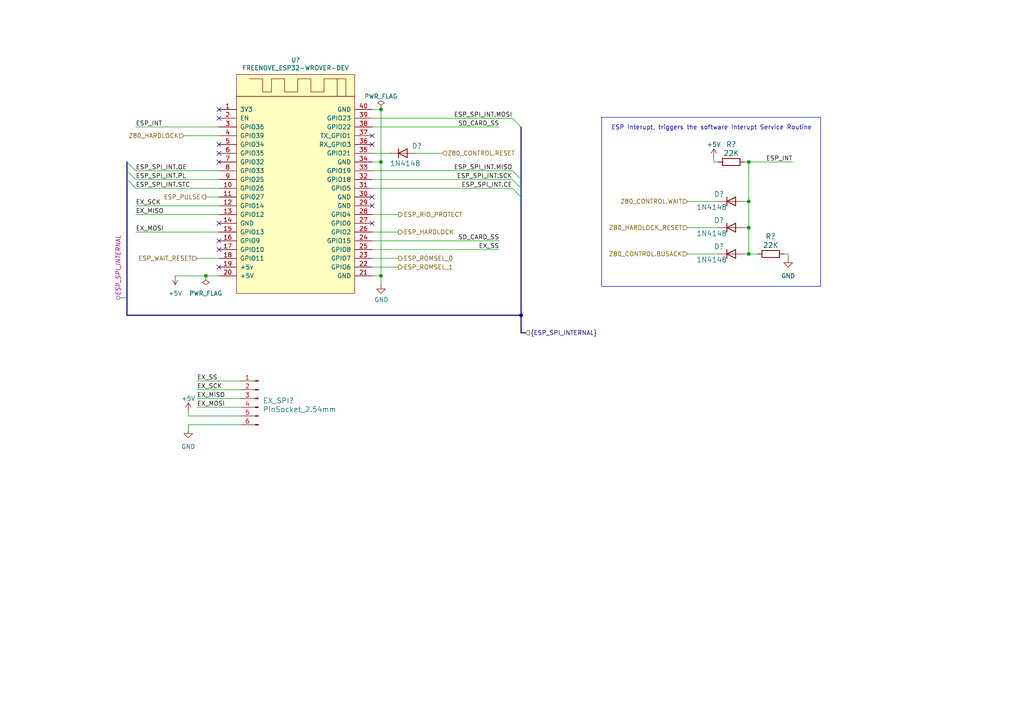
<source format=kicad_sch>
(kicad_sch (version 20230121) (generator eeschema)
  (paper "A4")
  (title_block (title "FujiNet Z80Bus reference design") (date "2023-05-13") (rev "0.1") (company "FujiNet") (comment 1 "This core component encapsulates the ESP32 "))
  (lib_symbols
    (symbol "Connector:Conn_01x06_Pin" (pin_names (offset 1.016) hide)
      (property "Reference" "J" (at 0 7.62 0))
      (property "Value" "Conn_01x06_Pin" (at 0 -10.16 0))
      (symbol "Conn_01x06_Pin_1_1"
        (polyline (pts (xy 1.27 -7.62) (xy 0.8636 -7.62)) (stroke (width 0.1524)))
        (polyline (pts (xy 1.27 -5.08) (xy 0.8636 -5.08)) (stroke (width 0.1524)))
        (polyline (pts (xy 1.27 -2.54) (xy 0.8636 -2.54)) (stroke (width 0.1524)))
        (polyline (pts (xy 1.27 0) (xy 0.8636 0)) (stroke (width 0.1524)))
        (polyline (pts (xy 1.27 2.54) (xy 0.8636 2.54)) (stroke (width 0.1524)))
        (polyline (pts (xy 1.27 5.08) (xy 0.8636 5.08)) (stroke (width 0.1524)))
        (rectangle (start 0.8636 -7.493) (end 0 -7.747) (stroke (width 0.1524)) (fill (type outline)))
        (rectangle (start 0.8636 -4.953) (end 0 -5.207) (stroke (width 0.1524)) (fill (type outline)))
        (rectangle (start 0.8636 -2.413) (end 0 -2.667) (stroke (width 0.1524)) (fill (type outline)))
        (rectangle (start 0.8636 0.127) (end 0 -0.127) (stroke (width 0.1524)) (fill (type outline)))
        (rectangle (start 0.8636 2.667) (end 0 2.413) (stroke (width 0.1524)) (fill (type outline)))
        (rectangle (start 0.8636 5.207) (end 0 4.953) (stroke (width 0.1524)) (fill (type outline)))
        (pin passive line (at 5.08 5.08 180) (length 3.81) (name "Pin_1") (number "1"))
        (pin passive line (at 5.08 2.54 180) (length 3.81) (name "Pin_2") (number "2"))
        (pin passive line (at 5.08 0 180) (length 3.81) (name "Pin_3") (number "3"))
        (pin passive line (at 5.08 -2.54 180) (length 3.81) (name "Pin_4") (number "4"))
        (pin passive line (at 5.08 -5.08 180) (length 3.81) (name "Pin_5") (number "5"))
        (pin passive line (at 5.08 -7.62 180) (length 3.81) (name "Pin_6") (number "6"))
      )
    )
    (symbol "Device:D" (pin_numbers hide) (pin_names (offset 1.016) hide)
      (property "Reference" "D" (at 0 2.54 0))
      (property "Value" "D" (at 0 -2.54 0))
      (symbol "D_0_1"
        (polyline (pts (xy -1.27 1.27) (xy -1.27 -1.27)) (stroke (width 0.254)))
        (polyline (pts (xy 1.27 0) (xy -1.27 0)))
        (polyline (pts (xy 1.27 1.27) (xy 1.27 -1.27) (xy -1.27 0) (xy 1.27 1.27)) (stroke (width 0.254)))
      )
      (symbol "D_1_1"
        (pin passive line (at -3.81 0 0) (length 2.54) (name "K") (number "1"))
        (pin passive line (at 3.81 0 180) (length 2.54) (name "A") (number "2"))
      )
    )
    (symbol "Device:R" (pin_numbers hide) (pin_names (offset 0))
      (property "Reference" "R" (at 2.032 0 90))
      (property "Value" "R" (at 0 0 90))
      (symbol "R_0_1"
        (rectangle (start -1.016 -2.54) (end 1.016 2.54) (stroke (width 0.254)))
      )
      (symbol "R_1_1"
        (pin passive line (at 0 3.81 270) (length 1.27) (name "~") (number "1"))
        (pin passive line (at 0 -3.81 90) (length 1.27) (name "~") (number "2"))
      )
    )
    (symbol "esp32-wrover:FREENOVE_ESP32-WROVER-DEV" (pin_names (offset 1.016))
      (property "Reference" "U" (at 1.27 -2.54 0))
      (property "Value" "FREENOVE_ESP32-WROVER-DEV" (at 2.54 -54.61 0))
      (symbol "FREENOVE_ESP32-WROVER-DEV_0_0"
        (pin power_in line (at -19.05 -52.07 0) (length 5.08) (name "+5V") (number "20"))
        (pin power_in line (at 25.4 -3.81 180) (length 5.08) (name "GND") (number "40"))
      )
      (symbol "FREENOVE_ESP32-WROVER-DEV_1_1"
        (rectangle (start -13.97 0) (end 20.32 -57.15) (fill (type background)))
        (rectangle (start -13.97 6.35) (end 20.32 0) (fill (type background)))
        (polyline (pts (xy 15.24 5.08) (xy 17.78 5.08) (xy 17.78 0)))
        (polyline (pts (xy -10.16 5.08) (xy -6.35 5.08) (xy -6.35 1.27) (xy -3.81 1.27) (xy -3.81 5.08) (xy 0 5.08) (xy 0 1.27) (xy 3.81 1.27) (xy 3.81 5.08) (xy 7.62 5.08) (xy 7.62 1.27) (xy 11.43 1.27) (xy 11.43 5.08) (xy 15.24 5.08) (xy 15.24 0)))
        (pin power_in line (at -19.05 -3.81 0) (length 5.08) (name "3V3") (number "1"))
        (pin bidirectional line (at -19.05 -26.67 0) (length 5.08) (name "GPIO26") (number "10"))
        (pin bidirectional line (at -19.05 -29.21 0) (length 5.08) (name "GPIO27") (number "11"))
        (pin bidirectional line (at -19.05 -31.75 0) (length 5.08) (name "GPIO14") (number "12"))
        (pin bidirectional line (at -19.05 -34.29 0) (length 5.08) (name "GPIO12") (number "13"))
        (pin power_in line (at -19.05 -36.83 0) (length 5.08) (name "GND") (number "14"))
        (pin bidirectional line (at -19.05 -39.37 0) (length 5.08) (name "GPIO13") (number "15"))
        (pin bidirectional line (at -19.05 -41.91 0) (length 5.08) (name "GPIO9") (number "16"))
        (pin bidirectional line (at -19.05 -44.45 0) (length 5.08) (name "GPIO10") (number "17"))
        (pin bidirectional line (at -19.05 -46.99 0) (length 5.08) (name "GPIO11") (number "18"))
        (pin power_in line (at -19.05 -49.53 0) (length 5.08) (name "+5v") (number "19"))
        (pin input line (at -19.05 -6.35 0) (length 5.08) (name "EN") (number "2"))
        (pin power_in line (at 25.4 -52.07 180) (length 5.08) (name "GND") (number "21"))
        (pin bidirectional line (at 25.4 -49.53 180) (length 5.08) (name "GPIO6") (number "22"))
        (pin bidirectional line (at 25.4 -46.99 180) (length 5.08) (name "GPIO7") (number "23"))
        (pin bidirectional line (at 25.4 -41.91 180) (length 5.08) (name "GPIO15") (number "24"))
        (pin bidirectional line (at 25.4 -44.45 180) (length 5.08) (name "GPIO8") (number "25"))
        (pin bidirectional line (at 25.4 -39.37 180) (length 5.08) (name "GPIO2") (number "26"))
        (pin input line (at 25.4 -36.83 180) (length 5.08) (name "GPIO0") (number "27"))
        (pin bidirectional line (at 25.4 -34.29 180) (length 5.08) (name "GPIO4") (number "28"))
        (pin power_in line (at 25.4 -31.75 180) (length 5.08) (name "GND") (number "29"))
        (pin bidirectional line (at -19.05 -8.89 0) (length 5.08) (name "GPIO36") (number "3"))
        (pin power_in line (at 25.4 -29.21 180) (length 5.08) (name "GND") (number "30"))
        (pin bidirectional line (at 25.4 -26.67 180) (length 5.08) (name "GPIO5") (number "31"))
        (pin bidirectional line (at 25.4 -24.13 180) (length 5.08) (name "GPIO18") (number "32"))
        (pin bidirectional line (at 25.4 -21.59 180) (length 5.08) (name "GPIO19") (number "33"))
        (pin power_in line (at 25.4 -19.05 180) (length 5.08) (name "GND") (number "34"))
        (pin bidirectional line (at 25.4 -16.51 180) (length 5.08) (name "GPIO21") (number "35"))
        (pin input line (at 25.4 -13.97 180) (length 5.08) (name "RX_GPIO3") (number "36"))
        (pin output line (at 25.4 -11.43 180) (length 5.08) (name "TX_GPIO1") (number "37"))
        (pin bidirectional line (at 25.4 -8.89 180) (length 5.08) (name "GPIO22") (number "38"))
        (pin bidirectional line (at 25.4 -6.35 180) (length 5.08) (name "GPIO23") (number "39"))
        (pin bidirectional line (at -19.05 -11.43 0) (length 5.08) (name "GPIO39") (number "4"))
        (pin bidirectional line (at -19.05 -13.97 0) (length 5.08) (name "GPIO34") (number "5"))
        (pin bidirectional line (at -19.05 -16.51 0) (length 5.08) (name "GPIO35") (number "6"))
        (pin bidirectional line (at -19.05 -19.05 0) (length 5.08) (name "GPIO32") (number "7"))
        (pin bidirectional line (at -19.05 -21.59 0) (length 5.08) (name "GPIO33") (number "8"))
        (pin bidirectional line (at -19.05 -24.13 0) (length 5.08) (name "GPIO25") (number "9"))
      )
    )
    (symbol "power:+5V" (power) (pin_names (offset 0))
      (property "Value" "+5V" (at 0 3.556 0))
      (symbol "+5V_0_1"
        (polyline (pts (xy -0.762 1.27) (xy 0 2.54)))
        (polyline (pts (xy 0 0) (xy 0 2.54)))
        (polyline (pts (xy 0 2.54) (xy 0.762 1.27)))
      )
      (symbol "+5V_1_1"
        (pin power_in line (at 0 0 90) (length 0) hide (name "+5V") (number "1"))
      )
    )
    (symbol "power:GND" (power) (pin_names (offset 0))
      (property "Value" "GND" (at 0 -3.81 0))
      (symbol "GND_0_1"
        (polyline (pts (xy 0 0) (xy 0 -1.27) (xy 1.27 -1.27) (xy 0 -2.54) (xy -1.27 -1.27) (xy 0 -1.27)))
      )
      (symbol "GND_1_1"
        (pin power_in line (at 0 0 270) (length 0) hide (name "GND") (number "1"))
      )
    )
    (symbol "power:PWR_FLAG" (power) (pin_numbers hide) (pin_names (offset 0) hide)
      (property "Value" "PWR_FLAG" (at 0 3.81 0))
      (symbol "PWR_FLAG_0_0"
        (pin power_out line (at 0 0 90) (length 0) (name "pwr") (number "1"))
      )
      (symbol "PWR_FLAG_0_1"
        (polyline (pts (xy 0 0) (xy 0 1.27) (xy -1.016 1.905) (xy 0 2.54) (xy 1.016 1.905) (xy 0 1.27)))
      )
    )
  )
  (bus_alias "ESP_SPI_INTERNAL" (members "ESP_SPI_INT.MOSI" "ESP_SPI_INT.SCK" "ESP_SPI_INT.MR" "ESP_SPI_INT.STC" "ESP_SPI_INT.CE" "ESP_SPI_INT.PL" "ESP_SPI_INT.MISO" "ESP_SPI_INT.OE"))
  (bus_alias "LOCAL_CONTROL" (members "LOCAL_CONTROL.RD" "LOCAL_CONTROL.WR" "LOCAL_CONTROL.IORQ" "LOCAL_CONTROL.MEMRQ"))
  (junction (at 217.17 73.66))
  (junction (at 59.69 80.01))
  (junction (at 110.49 31.75))
  (junction (at 217.17 66.04))
  (junction (at 110.49 80.01))
  (junction (at 217.17 46.99))
  (junction (at 110.49 46.99))
  (junction (at 217.17 58.42))
  (junction (at 151.13 91.44))
  (no_connect (at 63.5 77.47))
  (no_connect (at 107.95 64.77))
  (no_connect (at 107.95 59.69))
  (no_connect (at 63.5 69.85))
  (no_connect (at 63.5 34.29))
  (no_connect (at 63.5 64.77))
  (no_connect (at 63.5 46.99))
  (no_connect (at 107.95 41.91))
  (no_connect (at 107.95 39.37))
  (no_connect (at 63.5 41.91))
  (no_connect (at 107.95 57.15))
  (no_connect (at 63.5 72.39))
  (no_connect (at 63.5 44.45))
  (no_connect (at 63.5 31.75))
  (bus_entry (at 148.59 49.53) (size 2.54 2.54))
  (bus_entry (at 36.83 49.53) (size 2.54 2.54))
  (bus_entry (at 148.59 52.07) (size 2.54 2.54))
  (bus_entry (at 148.59 34.29) (size 2.54 2.54))
  (bus_entry (at 36.83 46.99) (size 2.54 2.54))
  (bus_entry (at 36.83 52.07) (size 2.54 2.54))
  (bus_entry (at 148.59 54.61) (size 2.54 2.54))
  (wire (pts (xy 120.65 44.45) (xy 128.27 44.45)))
  (wire (pts (xy 54.61 120.65) (xy 54.61 119.38)))
  (bus (pts (xy 36.83 52.07) (xy 36.83 91.44)))
  (wire (pts (xy 59.69 80.01) (xy 63.5 80.01)))
  (wire (pts (xy 217.17 46.99) (xy 229.87 46.99)))
  (wire (pts (xy 227.33 73.66) (xy 228.6 73.66)))
  (wire (pts (xy 215.9 46.99) (xy 217.17 46.99)))
  (wire (pts (xy 63.5 52.07) (xy 39.37 52.07)))
  (wire (pts (xy 63.5 74.93) (xy 57.15 74.93)))
  (wire (pts (xy 54.61 123.19) (xy 69.85 123.19)))
  (wire (pts (xy 107.95 36.83) (xy 144.78 36.83)))
  (wire (pts (xy 215.9 58.42) (xy 217.17 58.42)))
  (wire (pts (xy 107.95 34.29) (xy 148.59 34.29)))
  (wire (pts (xy 207.01 46.99) (xy 208.28 46.99)))
  (wire (pts (xy 53.34 39.37) (xy 63.5 39.37)))
  (wire (pts (xy 107.95 46.99) (xy 110.49 46.99)))
  (wire (pts (xy 63.5 54.61) (xy 39.37 54.61)))
  (bus (pts (xy 151.13 96.52) (xy 151.13 91.44)))
  (wire (pts (xy 107.95 52.07) (xy 148.59 52.07)))
  (bus (pts (xy 151.13 96.52) (xy 152.4 96.52)))
  (wire (pts (xy 215.9 73.66) (xy 217.17 73.66)))
  (bus (pts (xy 151.13 54.61) (xy 151.13 57.15)))
  (bus (pts (xy 151.13 52.07) (xy 151.13 54.61)))
  (wire (pts (xy 54.61 120.65) (xy 69.85 120.65)))
  (bus (pts (xy 36.83 49.53) (xy 36.83 52.07)))
  (wire (pts (xy 110.49 46.99) (xy 110.49 80.01)))
  (wire (pts (xy 207.01 45.72) (xy 207.01 46.99)))
  (wire (pts (xy 57.15 115.57) (xy 69.85 115.57)))
  (wire (pts (xy 217.17 46.99) (xy 217.17 58.42)))
  (wire (pts (xy 63.5 67.31) (xy 39.37 67.31)))
  (wire (pts (xy 217.17 58.42) (xy 217.17 66.04)))
  (wire (pts (xy 110.49 31.75) (xy 110.49 46.99)))
  (wire (pts (xy 63.5 59.69) (xy 39.37 59.69)))
  (bus (pts (xy 151.13 57.15) (xy 151.13 91.44)))
  (wire (pts (xy 217.17 66.04) (xy 217.17 73.66)))
  (wire (pts (xy 199.39 73.66) (xy 208.28 73.66)))
  (wire (pts (xy 63.5 57.15) (xy 59.69 57.15)))
  (bus (pts (xy 151.13 36.83) (xy 151.13 52.07)))
  (wire (pts (xy 57.15 113.03) (xy 69.85 113.03)))
  (wire (pts (xy 113.03 44.45) (xy 107.95 44.45)))
  (wire (pts (xy 107.95 49.53) (xy 148.59 49.53)))
  (wire (pts (xy 107.95 62.23) (xy 115.57 62.23)))
  (wire (pts (xy 107.95 54.61) (xy 148.59 54.61)))
  (wire (pts (xy 107.95 80.01) (xy 110.49 80.01)))
  (bus (pts (xy 151.13 91.44) (xy 36.83 91.44)))
  (wire (pts (xy 107.95 67.31) (xy 115.57 67.31)))
  (wire (pts (xy 57.15 118.11) (xy 69.85 118.11)))
  (wire (pts (xy 199.39 58.42) (xy 208.28 58.42)))
  (wire (pts (xy 54.61 123.19) (xy 54.61 124.46)))
  (wire (pts (xy 63.5 62.23) (xy 39.37 62.23)))
  (wire (pts (xy 217.17 73.66) (xy 219.71 73.66)))
  (wire (pts (xy 69.85 110.49) (xy 57.15 110.49)))
  (wire (pts (xy 50.8 80.01) (xy 59.69 80.01)))
  (bus (pts (xy 36.83 46.99) (xy 36.83 49.53)))
  (wire (pts (xy 228.6 73.66) (xy 228.6 74.93)))
  (wire (pts (xy 107.95 74.93) (xy 115.57 74.93)))
  (wire (pts (xy 107.95 69.85) (xy 144.78 69.85)))
  (wire (pts (xy 63.5 49.53) (xy 39.37 49.53)))
  (wire (pts (xy 107.95 72.39) (xy 144.78 72.39)))
  (wire (pts (xy 110.49 80.01) (xy 110.49 82.55)))
  (wire (pts (xy 107.95 31.75) (xy 110.49 31.75)))
  (wire (pts (xy 215.9 66.04) (xy 217.17 66.04)))
  (wire (pts (xy 63.5 36.83) (xy 39.37 36.83)))
  (wire (pts (xy 107.95 77.47) (xy 115.57 77.47)))
  (wire (pts (xy 208.28 66.04) (xy 199.39 66.04)))
  (rectangle (start 174.498 34.036) (end 237.998 83.058))
  (text "ESP Interupt, triggers the software Interupt Service Routine" (at 177.292 37.846 0) (effects (font (size 1.27 1.27)) (justify left bottom)))
  (label "EX_MISO" (at 39.37 62.23 0))
  (label "SD_CARD_SS" (at 144.78 36.83 180))
  (label "EX_MOSI" (at 57.15 118.11 0))
  (label "SD_CARD_SS" (at 144.78 69.85 180))
  (label "ESP_INT" (at 229.87 46.99 180))
  (label "ESP_SPI_INT.STC" (at 39.37 54.61 0))
  (label "ESP_INT" (at 39.37 36.83 0))
  (label "EX_MOSI" (at 39.37 67.31 0))
  (label "ESP_SPI_INT.SCK" (at 148.59 52.07 180))
  (label "EX_SCK" (at 39.37 59.69 0))
  (label "ESP_SPI_INT.PL" (at 39.37 52.07 0))
  (label "EX_SS" (at 57.15 110.49 0))
  (label "ESP_SPI_INT.CE" (at 148.59 54.61 180))
  (label "ESP_SPI_INT.OE" (at 39.37 49.53 0))
  (label "EX_SCK" (at 57.15 113.03 0))
  (label "EX_SS" (at 144.78 72.39 180))
  (label "EX_MISO" (at 57.15 115.57 0))
  (label "ESP_SPI_INT.MISO" (at 148.59 49.53 180))
  (label "ESP_SPI_INT.MOSI" (at 148.59 34.29 180))
  (hierarchical_label "ESP_WAIT_RESET" (shape input) (at 57.15 74.93 180))
  (hierarchical_label "Z80_CONTROL.RESET" (shape input) (at 128.27 44.45 0))
  (hierarchical_label "Z80_HARDLOCK" (shape input) (at 53.34 39.37 180))
  (hierarchical_label "Z80_CONTROL.BUSACK" (shape input) (at 199.39 73.66 180))
  (hierarchical_label "ESP_PULSE" (shape output) (at 59.69 57.15 180))
  (hierarchical_label "Z80_CONTROL.WAIT" (shape input) (at 199.39 58.42 180))
  (hierarchical_label "ESP_ROMSEL_0" (shape output) (at 115.57 74.93 0))
  (hierarchical_label "ESP_RIO_PROTECT" (shape output) (at 115.57 62.23 0))
  (hierarchical_label "ESP_ROMSEL_1" (shape output) (at 115.57 77.47 0))
  (hierarchical_label "ESP_HARDLOCK" (shape output) (at 115.57 67.31 0))
  (hierarchical_label "Z80_HARDLOCK_RESET" (shape input) (at 199.39 66.04 180))
  (hierarchical_label "{ESP_SPI_INTERNAL}" (shape input) (at 152.4 96.52 0))
  (netclass_flag "" (length 2.54) (shape round) (at 36.83 86.36 90) (property "Netclass" "ESP_SPI_INTERNAL" (at 34.29 85.7504 90) (effects (font italic) (justify left))))
  (symbol (lib_id "Device:D") (at 116.84 44.45 0) (unit 1)
    (property "Reference" "D?" (at 119.38 43.18 0) (effects (font (size 1.4986 1.4986)) (justify left bottom)))
    (property "Value" "1N4148" (at 113.03 48.26 0) (effects (font (size 1.4986 1.4986)) (justify left bottom)))
    (property "Footprint" "Diode_THT:D_T-1_P5.08mm_Horizontal" (effects hide))
  )
  (symbol (lib_id "esp32-wrover:FREENOVE_ESP32-WROVER-DEV") (at 82.55 27.94 0) (unit 1)
    (property "Reference" "U?" (at 85.725 17.399 0))
    (property "Value" "FREENOVE_ESP32-WROVER-DEV" (at 85.725 19.7104 0))
    (property "Footprint" "esp32-wrover:Controller Daughter Board" (effects hide))
  )
  (symbol (lib_id "Device:D") (at 212.09 73.66 0) (unit 1)
    (property "Reference" "D?" (at 207.01 72.39 0) (effects (font (size 1.4986 1.4986)) (justify left bottom)))
    (property "Value" "1N4148" (at 201.93 76.2 0) (effects (font (size 1.4986 1.4986)) (justify left bottom)))
    (property "Footprint" "Diode_THT:D_T-1_P5.08mm_Horizontal" (effects hide))
  )
  (symbol (lib_id "Device:D") (at 212.09 66.04 0) (unit 1)
    (property "Reference" "D?" (at 207.01 64.77 0) (effects (font (size 1.4986 1.4986)) (justify left bottom)))
    (property "Value" "1N4148" (at 201.93 68.58 0) (effects (font (size 1.4986 1.4986)) (justify left bottom)))
    (property "Footprint" "Diode_THT:D_T-1_P5.08mm_Horizontal" (effects hide))
  )
  (symbol (lib_id "Device:D") (at 212.09 58.42 0) (unit 1)
    (property "Reference" "D?" (at 207.01 57.15 0) (effects (font (size 1.4986 1.4986)) (justify left bottom)))
    (property "Value" "1N4148" (at 201.93 60.96 0) (effects (font (size 1.4986 1.4986)) (justify left bottom)))
    (property "Footprint" "Diode_THT:D_T-1_P5.08mm_Horizontal" (effects hide))
  )
  (symbol (lib_id "Device:R") (at 223.52 73.66 270) (mirror x) (unit 1)
    (property "Reference" "R?" (at 223.52 68.58 90) (effects (font (size 1.4986 1.4986))))
    (property "Value" "22K" (at 223.52 71.12 90) (effects (font (size 1.4986 1.4986))))
    (property "Footprint" "Resistor_THT:R_Axial_DIN0207_L6.3mm_D2.5mm_P10.16mm_Horizontal" (effects hide))
  )
  (symbol (lib_id "Device:R") (at 212.09 46.99 270) (mirror x) (unit 1)
    (property "Reference" "R?" (at 212.09 41.91 90) (effects (font (size 1.4986 1.4986))))
    (property "Value" "22K" (at 212.09 44.45 90) (effects (font (size 1.4986 1.4986))))
    (property "Footprint" "Resistor_THT:R_Axial_DIN0207_L6.3mm_D2.5mm_P10.16mm_Horizontal" (effects hide))
  )
  (symbol (lib_id "Connector:Conn_01x06_Pin") (at 74.93 115.57 0) (mirror y) (unit 1)
    (property "Reference" "EX_SPI?" (at 76.2 116.205 0) (effects (font (size 1.4986 1.4986)) (justify right)))
    (property "Value" "PinSocket_2.54mm" (at 76.2 118.745 0) (effects (font (size 1.4986 1.4986)) (justify right)))
    (property "Footprint" "Connector_PinSocket_2.54mm:PinSocket_1x06_P2.54mm_Vertical" (effects hide))
  )
  (symbol (lib_id "power:GND") (at 110.49 82.55 0) (unit 1)
    (property "Reference" "#PWR?" (effects hide))
    (property "Value" "GND" (at 110.617 86.9442 0))
  )
  (symbol (lib_id "power:GND") (at 54.61 124.46 0) (unit 1)
    (property "Reference" "#PWR?" (effects hide))
    (property "Value" "GND" (at 54.61 129.54 0))
  )
  (symbol (lib_id "power:GND") (at 228.6 74.93 0) (unit 1)
    (property "Reference" "#PWR?" (effects hide))
    (property "Value" "GND" (at 228.6 80.01 0))
  )
  (symbol (lib_id "power:+5V") (at 207.01 45.72 0) (unit 1)
    (property "Reference" "#PWR?" (effects hide))
    (property "Value" "+5V" (at 207.01 41.91 0))
  )
  (symbol (lib_id "power:PWR_FLAG") (at 110.49 31.75 0) (unit 1)
    (property "Reference" "#FLG02" (effects hide))
    (property "Value" "PWR_FLAG" (at 110.49 27.94 0))
  )
  (symbol (lib_id "power:+5V") (at 50.8 80.01 180) (unit 1)
    (property "Reference" "#PWR?" (effects hide))
    (property "Value" "+5V" (at 50.8 85.09 0))
  )
  (symbol (lib_id "power:PWR_FLAG") (at 59.69 80.01 180) (unit 1)
    (property "Reference" "#FLG01" (effects hide))
    (property "Value" "PWR_FLAG" (at 59.69 85.09 0))
  )
  (symbol (lib_id "power:+5V") (at 54.61 119.38 0) (unit 1)
    (property "Reference" "#PWR?" (effects hide))
    (property "Value" "+5V" (at 54.61 115.57 0))
  )
)
</source>
